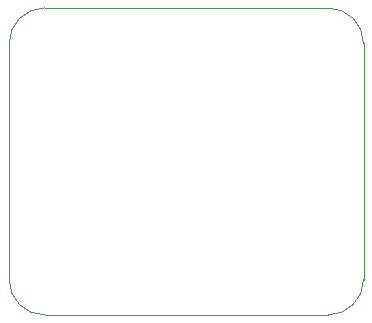
<source format=gbr>
%TF.GenerationSoftware,KiCad,Pcbnew,9.0.1*%
%TF.CreationDate,2025-04-18T19:28:51+01:00*%
%TF.ProjectId,ClockSel,436c6f63-6b53-4656-9c2e-6b696361645f,rev?*%
%TF.SameCoordinates,Original*%
%TF.FileFunction,Profile,NP*%
%FSLAX46Y46*%
G04 Gerber Fmt 4.6, Leading zero omitted, Abs format (unit mm)*
G04 Created by KiCad (PCBNEW 9.0.1) date 2025-04-18 19:28:51*
%MOMM*%
%LPD*%
G01*
G04 APERTURE LIST*
%TA.AperFunction,Profile*%
%ADD10C,0.050000*%
%TD*%
G04 APERTURE END LIST*
D10*
X116350000Y-87000000D02*
X116350000Y-67000000D01*
X119350000Y-64000000D02*
X143350000Y-64000000D01*
X143350000Y-90000000D02*
X119350000Y-90000000D01*
X116350000Y-67000000D02*
G75*
G02*
X119350000Y-64000000I3000000J0D01*
G01*
X119350000Y-90000000D02*
G75*
G02*
X116350000Y-87000000I0J3000000D01*
G01*
X143350000Y-64000000D02*
G75*
G02*
X146350000Y-67000000I0J-3000000D01*
G01*
X146350000Y-87000000D02*
G75*
G02*
X143350000Y-90000000I-3000000J0D01*
G01*
X146350000Y-67000000D02*
X146350000Y-87000000D01*
M02*

</source>
